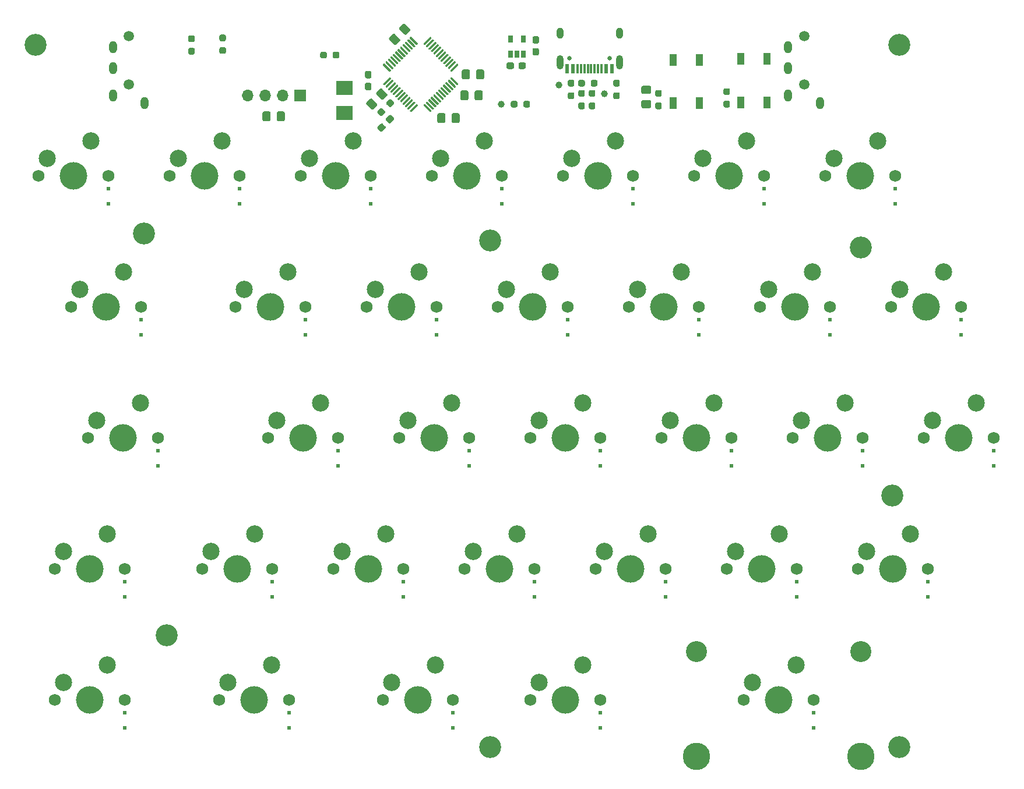
<source format=gbr>
%TF.GenerationSoftware,KiCad,Pcbnew,5.1.10*%
%TF.CreationDate,2021-08-04T23:16:11+02:00*%
%TF.ProjectId,keyboard,6b657962-6f61-4726-942e-6b696361645f,rev?*%
%TF.SameCoordinates,Original*%
%TF.FileFunction,Soldermask,Bot*%
%TF.FilePolarity,Negative*%
%FSLAX46Y46*%
G04 Gerber Fmt 4.6, Leading zero omitted, Abs format (unit mm)*
G04 Created by KiCad (PCBNEW 5.1.10) date 2021-08-04 23:16:11*
%MOMM*%
%LPD*%
G01*
G04 APERTURE LIST*
%ADD10C,3.200000*%
%ADD11R,1.000000X1.700000*%
%ADD12O,1.200000X1.800000*%
%ADD13C,1.500000*%
%ADD14R,0.650000X1.060000*%
%ADD15C,1.000000*%
%ADD16O,1.700000X1.700000*%
%ADD17R,1.700000X1.700000*%
%ADD18R,0.600000X1.450000*%
%ADD19R,0.300000X1.450000*%
%ADD20O,1.000000X2.100000*%
%ADD21C,0.650000*%
%ADD22O,1.000000X1.600000*%
%ADD23C,1.750000*%
%ADD24C,4.000000*%
%ADD25C,2.500000*%
%ADD26C,3.048000*%
%ADD27C,3.987800*%
%ADD28R,0.500000X0.500000*%
%ADD29R,2.400000X2.000000*%
G04 APERTURE END LIST*
D10*
%TO.C,REF\u002A\u002A*%
X89566800Y-76043000D03*
%TD*%
%TO.C,REF\u002A\u002A*%
X139858800Y-77059000D03*
%TD*%
%TO.C,REF\u002A\u002A*%
X193706800Y-78075000D03*
%TD*%
%TO.C,REF\u002A\u002A*%
X92868800Y-134463000D03*
%TD*%
%TO.C,REF\u002A\u002A*%
X198278800Y-114143000D03*
%TD*%
%TO.C,REF\u002A\u002A*%
X139858800Y-150719000D03*
%TD*%
%TO.C,REF\u002A\u002A*%
X199294800Y-150719000D03*
%TD*%
%TO.C,REF\u002A\u002A*%
X199294800Y-48611000D03*
%TD*%
%TO.C,REF\u002A\u002A*%
X73818800Y-48611000D03*
%TD*%
D11*
%TO.C,PB2*%
X166502000Y-50825000D03*
X166502000Y-57125000D03*
X170302000Y-50825000D03*
X170302000Y-57125000D03*
%TD*%
%TO.C,PB1*%
X176276000Y-50723000D03*
X176276000Y-57023000D03*
X180076000Y-50723000D03*
X180076000Y-57023000D03*
%TD*%
D12*
%TO.C,J4*%
X183177200Y-49017000D03*
X183177200Y-52017000D03*
X183177200Y-56017000D03*
X187777200Y-57117000D03*
D13*
X185477200Y-47417000D03*
X185477200Y-54417000D03*
%TD*%
%TO.C,J3*%
X87407800Y-54417000D03*
X87407800Y-47417000D03*
D12*
X89707800Y-57117000D03*
X85107800Y-56017000D03*
X85107800Y-52017000D03*
X85107800Y-49017000D03*
%TD*%
%TO.C,U2*%
G36*
G01*
X131155180Y-58421400D02*
X130218264Y-57484484D01*
G75*
G02*
X130218264Y-57378418I53033J53033D01*
G01*
X130324330Y-57272352D01*
G75*
G02*
X130430396Y-57272352I53033J-53033D01*
G01*
X131367312Y-58209268D01*
G75*
G02*
X131367312Y-58315334I-53033J-53033D01*
G01*
X131261246Y-58421400D01*
G75*
G02*
X131155180Y-58421400I-53033J53033D01*
G01*
G37*
G36*
G01*
X131508734Y-58067846D02*
X130571818Y-57130930D01*
G75*
G02*
X130571818Y-57024864I53033J53033D01*
G01*
X130677884Y-56918798D01*
G75*
G02*
X130783950Y-56918798I53033J-53033D01*
G01*
X131720866Y-57855714D01*
G75*
G02*
X131720866Y-57961780I-53033J-53033D01*
G01*
X131614800Y-58067846D01*
G75*
G02*
X131508734Y-58067846I-53033J53033D01*
G01*
G37*
G36*
G01*
X131862287Y-57714293D02*
X130925371Y-56777377D01*
G75*
G02*
X130925371Y-56671311I53033J53033D01*
G01*
X131031437Y-56565245D01*
G75*
G02*
X131137503Y-56565245I53033J-53033D01*
G01*
X132074419Y-57502161D01*
G75*
G02*
X132074419Y-57608227I-53033J-53033D01*
G01*
X131968353Y-57714293D01*
G75*
G02*
X131862287Y-57714293I-53033J53033D01*
G01*
G37*
G36*
G01*
X132215841Y-57360739D02*
X131278925Y-56423823D01*
G75*
G02*
X131278925Y-56317757I53033J53033D01*
G01*
X131384991Y-56211691D01*
G75*
G02*
X131491057Y-56211691I53033J-53033D01*
G01*
X132427973Y-57148607D01*
G75*
G02*
X132427973Y-57254673I-53033J-53033D01*
G01*
X132321907Y-57360739D01*
G75*
G02*
X132215841Y-57360739I-53033J53033D01*
G01*
G37*
G36*
G01*
X132569394Y-57007186D02*
X131632478Y-56070270D01*
G75*
G02*
X131632478Y-55964204I53033J53033D01*
G01*
X131738544Y-55858138D01*
G75*
G02*
X131844610Y-55858138I53033J-53033D01*
G01*
X132781526Y-56795054D01*
G75*
G02*
X132781526Y-56901120I-53033J-53033D01*
G01*
X132675460Y-57007186D01*
G75*
G02*
X132569394Y-57007186I-53033J53033D01*
G01*
G37*
G36*
G01*
X132922947Y-56653633D02*
X131986031Y-55716717D01*
G75*
G02*
X131986031Y-55610651I53033J53033D01*
G01*
X132092097Y-55504585D01*
G75*
G02*
X132198163Y-55504585I53033J-53033D01*
G01*
X133135079Y-56441501D01*
G75*
G02*
X133135079Y-56547567I-53033J-53033D01*
G01*
X133029013Y-56653633D01*
G75*
G02*
X132922947Y-56653633I-53033J53033D01*
G01*
G37*
G36*
G01*
X133276501Y-56300079D02*
X132339585Y-55363163D01*
G75*
G02*
X132339585Y-55257097I53033J53033D01*
G01*
X132445651Y-55151031D01*
G75*
G02*
X132551717Y-55151031I53033J-53033D01*
G01*
X133488633Y-56087947D01*
G75*
G02*
X133488633Y-56194013I-53033J-53033D01*
G01*
X133382567Y-56300079D01*
G75*
G02*
X133276501Y-56300079I-53033J53033D01*
G01*
G37*
G36*
G01*
X133630054Y-55946526D02*
X132693138Y-55009610D01*
G75*
G02*
X132693138Y-54903544I53033J53033D01*
G01*
X132799204Y-54797478D01*
G75*
G02*
X132905270Y-54797478I53033J-53033D01*
G01*
X133842186Y-55734394D01*
G75*
G02*
X133842186Y-55840460I-53033J-53033D01*
G01*
X133736120Y-55946526D01*
G75*
G02*
X133630054Y-55946526I-53033J53033D01*
G01*
G37*
G36*
G01*
X133983607Y-55592973D02*
X133046691Y-54656057D01*
G75*
G02*
X133046691Y-54549991I53033J53033D01*
G01*
X133152757Y-54443925D01*
G75*
G02*
X133258823Y-54443925I53033J-53033D01*
G01*
X134195739Y-55380841D01*
G75*
G02*
X134195739Y-55486907I-53033J-53033D01*
G01*
X134089673Y-55592973D01*
G75*
G02*
X133983607Y-55592973I-53033J53033D01*
G01*
G37*
G36*
G01*
X134337161Y-55239419D02*
X133400245Y-54302503D01*
G75*
G02*
X133400245Y-54196437I53033J53033D01*
G01*
X133506311Y-54090371D01*
G75*
G02*
X133612377Y-54090371I53033J-53033D01*
G01*
X134549293Y-55027287D01*
G75*
G02*
X134549293Y-55133353I-53033J-53033D01*
G01*
X134443227Y-55239419D01*
G75*
G02*
X134337161Y-55239419I-53033J53033D01*
G01*
G37*
G36*
G01*
X134690714Y-54885866D02*
X133753798Y-53948950D01*
G75*
G02*
X133753798Y-53842884I53033J53033D01*
G01*
X133859864Y-53736818D01*
G75*
G02*
X133965930Y-53736818I53033J-53033D01*
G01*
X134902846Y-54673734D01*
G75*
G02*
X134902846Y-54779800I-53033J-53033D01*
G01*
X134796780Y-54885866D01*
G75*
G02*
X134690714Y-54885866I-53033J53033D01*
G01*
G37*
G36*
G01*
X135044268Y-54532312D02*
X134107352Y-53595396D01*
G75*
G02*
X134107352Y-53489330I53033J53033D01*
G01*
X134213418Y-53383264D01*
G75*
G02*
X134319484Y-53383264I53033J-53033D01*
G01*
X135256400Y-54320180D01*
G75*
G02*
X135256400Y-54426246I-53033J-53033D01*
G01*
X135150334Y-54532312D01*
G75*
G02*
X135044268Y-54532312I-53033J53033D01*
G01*
G37*
G36*
G01*
X134213418Y-52534736D02*
X134107352Y-52428670D01*
G75*
G02*
X134107352Y-52322604I53033J53033D01*
G01*
X135044268Y-51385688D01*
G75*
G02*
X135150334Y-51385688I53033J-53033D01*
G01*
X135256400Y-51491754D01*
G75*
G02*
X135256400Y-51597820I-53033J-53033D01*
G01*
X134319484Y-52534736D01*
G75*
G02*
X134213418Y-52534736I-53033J53033D01*
G01*
G37*
G36*
G01*
X133859864Y-52181182D02*
X133753798Y-52075116D01*
G75*
G02*
X133753798Y-51969050I53033J53033D01*
G01*
X134690714Y-51032134D01*
G75*
G02*
X134796780Y-51032134I53033J-53033D01*
G01*
X134902846Y-51138200D01*
G75*
G02*
X134902846Y-51244266I-53033J-53033D01*
G01*
X133965930Y-52181182D01*
G75*
G02*
X133859864Y-52181182I-53033J53033D01*
G01*
G37*
G36*
G01*
X133506311Y-51827629D02*
X133400245Y-51721563D01*
G75*
G02*
X133400245Y-51615497I53033J53033D01*
G01*
X134337161Y-50678581D01*
G75*
G02*
X134443227Y-50678581I53033J-53033D01*
G01*
X134549293Y-50784647D01*
G75*
G02*
X134549293Y-50890713I-53033J-53033D01*
G01*
X133612377Y-51827629D01*
G75*
G02*
X133506311Y-51827629I-53033J53033D01*
G01*
G37*
G36*
G01*
X133152757Y-51474075D02*
X133046691Y-51368009D01*
G75*
G02*
X133046691Y-51261943I53033J53033D01*
G01*
X133983607Y-50325027D01*
G75*
G02*
X134089673Y-50325027I53033J-53033D01*
G01*
X134195739Y-50431093D01*
G75*
G02*
X134195739Y-50537159I-53033J-53033D01*
G01*
X133258823Y-51474075D01*
G75*
G02*
X133152757Y-51474075I-53033J53033D01*
G01*
G37*
G36*
G01*
X132799204Y-51120522D02*
X132693138Y-51014456D01*
G75*
G02*
X132693138Y-50908390I53033J53033D01*
G01*
X133630054Y-49971474D01*
G75*
G02*
X133736120Y-49971474I53033J-53033D01*
G01*
X133842186Y-50077540D01*
G75*
G02*
X133842186Y-50183606I-53033J-53033D01*
G01*
X132905270Y-51120522D01*
G75*
G02*
X132799204Y-51120522I-53033J53033D01*
G01*
G37*
G36*
G01*
X132445651Y-50766969D02*
X132339585Y-50660903D01*
G75*
G02*
X132339585Y-50554837I53033J53033D01*
G01*
X133276501Y-49617921D01*
G75*
G02*
X133382567Y-49617921I53033J-53033D01*
G01*
X133488633Y-49723987D01*
G75*
G02*
X133488633Y-49830053I-53033J-53033D01*
G01*
X132551717Y-50766969D01*
G75*
G02*
X132445651Y-50766969I-53033J53033D01*
G01*
G37*
G36*
G01*
X132092097Y-50413415D02*
X131986031Y-50307349D01*
G75*
G02*
X131986031Y-50201283I53033J53033D01*
G01*
X132922947Y-49264367D01*
G75*
G02*
X133029013Y-49264367I53033J-53033D01*
G01*
X133135079Y-49370433D01*
G75*
G02*
X133135079Y-49476499I-53033J-53033D01*
G01*
X132198163Y-50413415D01*
G75*
G02*
X132092097Y-50413415I-53033J53033D01*
G01*
G37*
G36*
G01*
X131738544Y-50059862D02*
X131632478Y-49953796D01*
G75*
G02*
X131632478Y-49847730I53033J53033D01*
G01*
X132569394Y-48910814D01*
G75*
G02*
X132675460Y-48910814I53033J-53033D01*
G01*
X132781526Y-49016880D01*
G75*
G02*
X132781526Y-49122946I-53033J-53033D01*
G01*
X131844610Y-50059862D01*
G75*
G02*
X131738544Y-50059862I-53033J53033D01*
G01*
G37*
G36*
G01*
X131384991Y-49706309D02*
X131278925Y-49600243D01*
G75*
G02*
X131278925Y-49494177I53033J53033D01*
G01*
X132215841Y-48557261D01*
G75*
G02*
X132321907Y-48557261I53033J-53033D01*
G01*
X132427973Y-48663327D01*
G75*
G02*
X132427973Y-48769393I-53033J-53033D01*
G01*
X131491057Y-49706309D01*
G75*
G02*
X131384991Y-49706309I-53033J53033D01*
G01*
G37*
G36*
G01*
X131031437Y-49352755D02*
X130925371Y-49246689D01*
G75*
G02*
X130925371Y-49140623I53033J53033D01*
G01*
X131862287Y-48203707D01*
G75*
G02*
X131968353Y-48203707I53033J-53033D01*
G01*
X132074419Y-48309773D01*
G75*
G02*
X132074419Y-48415839I-53033J-53033D01*
G01*
X131137503Y-49352755D01*
G75*
G02*
X131031437Y-49352755I-53033J53033D01*
G01*
G37*
G36*
G01*
X130677884Y-48999202D02*
X130571818Y-48893136D01*
G75*
G02*
X130571818Y-48787070I53033J53033D01*
G01*
X131508734Y-47850154D01*
G75*
G02*
X131614800Y-47850154I53033J-53033D01*
G01*
X131720866Y-47956220D01*
G75*
G02*
X131720866Y-48062286I-53033J-53033D01*
G01*
X130783950Y-48999202D01*
G75*
G02*
X130677884Y-48999202I-53033J53033D01*
G01*
G37*
G36*
G01*
X130324330Y-48645648D02*
X130218264Y-48539582D01*
G75*
G02*
X130218264Y-48433516I53033J53033D01*
G01*
X131155180Y-47496600D01*
G75*
G02*
X131261246Y-47496600I53033J-53033D01*
G01*
X131367312Y-47602666D01*
G75*
G02*
X131367312Y-47708732I-53033J-53033D01*
G01*
X130430396Y-48645648D01*
G75*
G02*
X130324330Y-48645648I-53033J53033D01*
G01*
G37*
G36*
G01*
X129157604Y-48645648D02*
X128220688Y-47708732D01*
G75*
G02*
X128220688Y-47602666I53033J53033D01*
G01*
X128326754Y-47496600D01*
G75*
G02*
X128432820Y-47496600I53033J-53033D01*
G01*
X129369736Y-48433516D01*
G75*
G02*
X129369736Y-48539582I-53033J-53033D01*
G01*
X129263670Y-48645648D01*
G75*
G02*
X129157604Y-48645648I-53033J53033D01*
G01*
G37*
G36*
G01*
X128804050Y-48999202D02*
X127867134Y-48062286D01*
G75*
G02*
X127867134Y-47956220I53033J53033D01*
G01*
X127973200Y-47850154D01*
G75*
G02*
X128079266Y-47850154I53033J-53033D01*
G01*
X129016182Y-48787070D01*
G75*
G02*
X129016182Y-48893136I-53033J-53033D01*
G01*
X128910116Y-48999202D01*
G75*
G02*
X128804050Y-48999202I-53033J53033D01*
G01*
G37*
G36*
G01*
X128450497Y-49352755D02*
X127513581Y-48415839D01*
G75*
G02*
X127513581Y-48309773I53033J53033D01*
G01*
X127619647Y-48203707D01*
G75*
G02*
X127725713Y-48203707I53033J-53033D01*
G01*
X128662629Y-49140623D01*
G75*
G02*
X128662629Y-49246689I-53033J-53033D01*
G01*
X128556563Y-49352755D01*
G75*
G02*
X128450497Y-49352755I-53033J53033D01*
G01*
G37*
G36*
G01*
X128096943Y-49706309D02*
X127160027Y-48769393D01*
G75*
G02*
X127160027Y-48663327I53033J53033D01*
G01*
X127266093Y-48557261D01*
G75*
G02*
X127372159Y-48557261I53033J-53033D01*
G01*
X128309075Y-49494177D01*
G75*
G02*
X128309075Y-49600243I-53033J-53033D01*
G01*
X128203009Y-49706309D01*
G75*
G02*
X128096943Y-49706309I-53033J53033D01*
G01*
G37*
G36*
G01*
X127743390Y-50059862D02*
X126806474Y-49122946D01*
G75*
G02*
X126806474Y-49016880I53033J53033D01*
G01*
X126912540Y-48910814D01*
G75*
G02*
X127018606Y-48910814I53033J-53033D01*
G01*
X127955522Y-49847730D01*
G75*
G02*
X127955522Y-49953796I-53033J-53033D01*
G01*
X127849456Y-50059862D01*
G75*
G02*
X127743390Y-50059862I-53033J53033D01*
G01*
G37*
G36*
G01*
X127389837Y-50413415D02*
X126452921Y-49476499D01*
G75*
G02*
X126452921Y-49370433I53033J53033D01*
G01*
X126558987Y-49264367D01*
G75*
G02*
X126665053Y-49264367I53033J-53033D01*
G01*
X127601969Y-50201283D01*
G75*
G02*
X127601969Y-50307349I-53033J-53033D01*
G01*
X127495903Y-50413415D01*
G75*
G02*
X127389837Y-50413415I-53033J53033D01*
G01*
G37*
G36*
G01*
X127036283Y-50766969D02*
X126099367Y-49830053D01*
G75*
G02*
X126099367Y-49723987I53033J53033D01*
G01*
X126205433Y-49617921D01*
G75*
G02*
X126311499Y-49617921I53033J-53033D01*
G01*
X127248415Y-50554837D01*
G75*
G02*
X127248415Y-50660903I-53033J-53033D01*
G01*
X127142349Y-50766969D01*
G75*
G02*
X127036283Y-50766969I-53033J53033D01*
G01*
G37*
G36*
G01*
X126682730Y-51120522D02*
X125745814Y-50183606D01*
G75*
G02*
X125745814Y-50077540I53033J53033D01*
G01*
X125851880Y-49971474D01*
G75*
G02*
X125957946Y-49971474I53033J-53033D01*
G01*
X126894862Y-50908390D01*
G75*
G02*
X126894862Y-51014456I-53033J-53033D01*
G01*
X126788796Y-51120522D01*
G75*
G02*
X126682730Y-51120522I-53033J53033D01*
G01*
G37*
G36*
G01*
X126329177Y-51474075D02*
X125392261Y-50537159D01*
G75*
G02*
X125392261Y-50431093I53033J53033D01*
G01*
X125498327Y-50325027D01*
G75*
G02*
X125604393Y-50325027I53033J-53033D01*
G01*
X126541309Y-51261943D01*
G75*
G02*
X126541309Y-51368009I-53033J-53033D01*
G01*
X126435243Y-51474075D01*
G75*
G02*
X126329177Y-51474075I-53033J53033D01*
G01*
G37*
G36*
G01*
X125975623Y-51827629D02*
X125038707Y-50890713D01*
G75*
G02*
X125038707Y-50784647I53033J53033D01*
G01*
X125144773Y-50678581D01*
G75*
G02*
X125250839Y-50678581I53033J-53033D01*
G01*
X126187755Y-51615497D01*
G75*
G02*
X126187755Y-51721563I-53033J-53033D01*
G01*
X126081689Y-51827629D01*
G75*
G02*
X125975623Y-51827629I-53033J53033D01*
G01*
G37*
G36*
G01*
X125622070Y-52181182D02*
X124685154Y-51244266D01*
G75*
G02*
X124685154Y-51138200I53033J53033D01*
G01*
X124791220Y-51032134D01*
G75*
G02*
X124897286Y-51032134I53033J-53033D01*
G01*
X125834202Y-51969050D01*
G75*
G02*
X125834202Y-52075116I-53033J-53033D01*
G01*
X125728136Y-52181182D01*
G75*
G02*
X125622070Y-52181182I-53033J53033D01*
G01*
G37*
G36*
G01*
X125268516Y-52534736D02*
X124331600Y-51597820D01*
G75*
G02*
X124331600Y-51491754I53033J53033D01*
G01*
X124437666Y-51385688D01*
G75*
G02*
X124543732Y-51385688I53033J-53033D01*
G01*
X125480648Y-52322604D01*
G75*
G02*
X125480648Y-52428670I-53033J-53033D01*
G01*
X125374582Y-52534736D01*
G75*
G02*
X125268516Y-52534736I-53033J53033D01*
G01*
G37*
G36*
G01*
X124437666Y-54532312D02*
X124331600Y-54426246D01*
G75*
G02*
X124331600Y-54320180I53033J53033D01*
G01*
X125268516Y-53383264D01*
G75*
G02*
X125374582Y-53383264I53033J-53033D01*
G01*
X125480648Y-53489330D01*
G75*
G02*
X125480648Y-53595396I-53033J-53033D01*
G01*
X124543732Y-54532312D01*
G75*
G02*
X124437666Y-54532312I-53033J53033D01*
G01*
G37*
G36*
G01*
X124791220Y-54885866D02*
X124685154Y-54779800D01*
G75*
G02*
X124685154Y-54673734I53033J53033D01*
G01*
X125622070Y-53736818D01*
G75*
G02*
X125728136Y-53736818I53033J-53033D01*
G01*
X125834202Y-53842884D01*
G75*
G02*
X125834202Y-53948950I-53033J-53033D01*
G01*
X124897286Y-54885866D01*
G75*
G02*
X124791220Y-54885866I-53033J53033D01*
G01*
G37*
G36*
G01*
X125144773Y-55239419D02*
X125038707Y-55133353D01*
G75*
G02*
X125038707Y-55027287I53033J53033D01*
G01*
X125975623Y-54090371D01*
G75*
G02*
X126081689Y-54090371I53033J-53033D01*
G01*
X126187755Y-54196437D01*
G75*
G02*
X126187755Y-54302503I-53033J-53033D01*
G01*
X125250839Y-55239419D01*
G75*
G02*
X125144773Y-55239419I-53033J53033D01*
G01*
G37*
G36*
G01*
X125498327Y-55592973D02*
X125392261Y-55486907D01*
G75*
G02*
X125392261Y-55380841I53033J53033D01*
G01*
X126329177Y-54443925D01*
G75*
G02*
X126435243Y-54443925I53033J-53033D01*
G01*
X126541309Y-54549991D01*
G75*
G02*
X126541309Y-54656057I-53033J-53033D01*
G01*
X125604393Y-55592973D01*
G75*
G02*
X125498327Y-55592973I-53033J53033D01*
G01*
G37*
G36*
G01*
X125851880Y-55946526D02*
X125745814Y-55840460D01*
G75*
G02*
X125745814Y-55734394I53033J53033D01*
G01*
X126682730Y-54797478D01*
G75*
G02*
X126788796Y-54797478I53033J-53033D01*
G01*
X126894862Y-54903544D01*
G75*
G02*
X126894862Y-55009610I-53033J-53033D01*
G01*
X125957946Y-55946526D01*
G75*
G02*
X125851880Y-55946526I-53033J53033D01*
G01*
G37*
G36*
G01*
X126205433Y-56300079D02*
X126099367Y-56194013D01*
G75*
G02*
X126099367Y-56087947I53033J53033D01*
G01*
X127036283Y-55151031D01*
G75*
G02*
X127142349Y-55151031I53033J-53033D01*
G01*
X127248415Y-55257097D01*
G75*
G02*
X127248415Y-55363163I-53033J-53033D01*
G01*
X126311499Y-56300079D01*
G75*
G02*
X126205433Y-56300079I-53033J53033D01*
G01*
G37*
G36*
G01*
X126558987Y-56653633D02*
X126452921Y-56547567D01*
G75*
G02*
X126452921Y-56441501I53033J53033D01*
G01*
X127389837Y-55504585D01*
G75*
G02*
X127495903Y-55504585I53033J-53033D01*
G01*
X127601969Y-55610651D01*
G75*
G02*
X127601969Y-55716717I-53033J-53033D01*
G01*
X126665053Y-56653633D01*
G75*
G02*
X126558987Y-56653633I-53033J53033D01*
G01*
G37*
G36*
G01*
X126912540Y-57007186D02*
X126806474Y-56901120D01*
G75*
G02*
X126806474Y-56795054I53033J53033D01*
G01*
X127743390Y-55858138D01*
G75*
G02*
X127849456Y-55858138I53033J-53033D01*
G01*
X127955522Y-55964204D01*
G75*
G02*
X127955522Y-56070270I-53033J-53033D01*
G01*
X127018606Y-57007186D01*
G75*
G02*
X126912540Y-57007186I-53033J53033D01*
G01*
G37*
G36*
G01*
X127266093Y-57360739D02*
X127160027Y-57254673D01*
G75*
G02*
X127160027Y-57148607I53033J53033D01*
G01*
X128096943Y-56211691D01*
G75*
G02*
X128203009Y-56211691I53033J-53033D01*
G01*
X128309075Y-56317757D01*
G75*
G02*
X128309075Y-56423823I-53033J-53033D01*
G01*
X127372159Y-57360739D01*
G75*
G02*
X127266093Y-57360739I-53033J53033D01*
G01*
G37*
G36*
G01*
X127619647Y-57714293D02*
X127513581Y-57608227D01*
G75*
G02*
X127513581Y-57502161I53033J53033D01*
G01*
X128450497Y-56565245D01*
G75*
G02*
X128556563Y-56565245I53033J-53033D01*
G01*
X128662629Y-56671311D01*
G75*
G02*
X128662629Y-56777377I-53033J-53033D01*
G01*
X127725713Y-57714293D01*
G75*
G02*
X127619647Y-57714293I-53033J53033D01*
G01*
G37*
G36*
G01*
X127973200Y-58067846D02*
X127867134Y-57961780D01*
G75*
G02*
X127867134Y-57855714I53033J53033D01*
G01*
X128804050Y-56918798D01*
G75*
G02*
X128910116Y-56918798I53033J-53033D01*
G01*
X129016182Y-57024864D01*
G75*
G02*
X129016182Y-57130930I-53033J-53033D01*
G01*
X128079266Y-58067846D01*
G75*
G02*
X127973200Y-58067846I-53033J53033D01*
G01*
G37*
G36*
G01*
X128326754Y-58421400D02*
X128220688Y-58315334D01*
G75*
G02*
X128220688Y-58209268I53033J53033D01*
G01*
X129157604Y-57272352D01*
G75*
G02*
X129263670Y-57272352I53033J-53033D01*
G01*
X129369736Y-57378418D01*
G75*
G02*
X129369736Y-57484484I-53033J-53033D01*
G01*
X128432820Y-58421400D01*
G75*
G02*
X128326754Y-58421400I-53033J53033D01*
G01*
G37*
%TD*%
D14*
%TO.C,U1*%
X144714000Y-47795000D03*
X142814000Y-47795000D03*
X142814000Y-49995000D03*
X143764000Y-49995000D03*
X144714000Y-49995000D03*
%TD*%
D15*
%TO.C,TP3*%
X149860000Y-54483000D03*
%TD*%
%TO.C,TP2*%
X156464000Y-55753000D03*
%TD*%
%TO.C,TP1*%
X141478000Y-57277000D03*
%TD*%
%TO.C,R12*%
G36*
G01*
X124245542Y-57917582D02*
X124581418Y-58253458D01*
G75*
G02*
X124581418Y-58589334I-167938J-167938D01*
G01*
X124227864Y-58942888D01*
G75*
G02*
X123891988Y-58942888I-167938J167938D01*
G01*
X123556112Y-58607012D01*
G75*
G02*
X123556112Y-58271136I167938J167938D01*
G01*
X123909666Y-57917582D01*
G75*
G02*
X124245542Y-57917582I167938J-167938D01*
G01*
G37*
G36*
G01*
X125536012Y-56627112D02*
X125871888Y-56962988D01*
G75*
G02*
X125871888Y-57298864I-167938J-167938D01*
G01*
X125518334Y-57652418D01*
G75*
G02*
X125182458Y-57652418I-167938J167938D01*
G01*
X124846582Y-57316542D01*
G75*
G02*
X124846582Y-56980666I167938J167938D01*
G01*
X125200136Y-56627112D01*
G75*
G02*
X125536012Y-56627112I167938J-167938D01*
G01*
G37*
%TD*%
%TO.C,R11*%
G36*
G01*
X115194300Y-50372500D02*
X115194300Y-49897500D01*
G75*
G02*
X115431800Y-49660000I237500J0D01*
G01*
X115931800Y-49660000D01*
G75*
G02*
X116169300Y-49897500I0J-237500D01*
G01*
X116169300Y-50372500D01*
G75*
G02*
X115931800Y-50610000I-237500J0D01*
G01*
X115431800Y-50610000D01*
G75*
G02*
X115194300Y-50372500I0J237500D01*
G01*
G37*
G36*
G01*
X117019300Y-50372500D02*
X117019300Y-49897500D01*
G75*
G02*
X117256800Y-49660000I237500J0D01*
G01*
X117756800Y-49660000D01*
G75*
G02*
X117994300Y-49897500I0J-237500D01*
G01*
X117994300Y-50372500D01*
G75*
G02*
X117756800Y-50610000I-237500J0D01*
G01*
X117256800Y-50610000D01*
G75*
G02*
X117019300Y-50372500I0J237500D01*
G01*
G37*
%TD*%
%TO.C,R10*%
G36*
G01*
X101259700Y-48133300D02*
X100784700Y-48133300D01*
G75*
G02*
X100547200Y-47895800I0J237500D01*
G01*
X100547200Y-47395800D01*
G75*
G02*
X100784700Y-47158300I237500J0D01*
G01*
X101259700Y-47158300D01*
G75*
G02*
X101497200Y-47395800I0J-237500D01*
G01*
X101497200Y-47895800D01*
G75*
G02*
X101259700Y-48133300I-237500J0D01*
G01*
G37*
G36*
G01*
X101259700Y-49958300D02*
X100784700Y-49958300D01*
G75*
G02*
X100547200Y-49720800I0J237500D01*
G01*
X100547200Y-49220800D01*
G75*
G02*
X100784700Y-48983300I237500J0D01*
G01*
X101259700Y-48983300D01*
G75*
G02*
X101497200Y-49220800I0J-237500D01*
G01*
X101497200Y-49720800D01*
G75*
G02*
X101259700Y-49958300I-237500J0D01*
G01*
G37*
%TD*%
%TO.C,R9*%
G36*
G01*
X96732100Y-50059900D02*
X96257100Y-50059900D01*
G75*
G02*
X96019600Y-49822400I0J237500D01*
G01*
X96019600Y-49322400D01*
G75*
G02*
X96257100Y-49084900I237500J0D01*
G01*
X96732100Y-49084900D01*
G75*
G02*
X96969600Y-49322400I0J-237500D01*
G01*
X96969600Y-49822400D01*
G75*
G02*
X96732100Y-50059900I-237500J0D01*
G01*
G37*
G36*
G01*
X96732100Y-48234900D02*
X96257100Y-48234900D01*
G75*
G02*
X96019600Y-47997400I0J237500D01*
G01*
X96019600Y-47497400D01*
G75*
G02*
X96257100Y-47259900I237500J0D01*
G01*
X96732100Y-47259900D01*
G75*
G02*
X96969600Y-47497400I0J-237500D01*
G01*
X96969600Y-47997400D01*
G75*
G02*
X96732100Y-48234900I-237500J0D01*
G01*
G37*
%TD*%
%TO.C,R8*%
G36*
G01*
X153649500Y-53991500D02*
X153649500Y-54466500D01*
G75*
G02*
X153412000Y-54704000I-237500J0D01*
G01*
X152912000Y-54704000D01*
G75*
G02*
X152674500Y-54466500I0J237500D01*
G01*
X152674500Y-53991500D01*
G75*
G02*
X152912000Y-53754000I237500J0D01*
G01*
X153412000Y-53754000D01*
G75*
G02*
X153649500Y-53991500I0J-237500D01*
G01*
G37*
G36*
G01*
X155474500Y-53991500D02*
X155474500Y-54466500D01*
G75*
G02*
X155237000Y-54704000I-237500J0D01*
G01*
X154737000Y-54704000D01*
G75*
G02*
X154499500Y-54466500I0J237500D01*
G01*
X154499500Y-53991500D01*
G75*
G02*
X154737000Y-53754000I237500J0D01*
G01*
X155237000Y-53754000D01*
G75*
G02*
X155474500Y-53991500I0J-237500D01*
G01*
G37*
%TD*%
%TO.C,R7*%
G36*
G01*
X153399500Y-56193500D02*
X152924500Y-56193500D01*
G75*
G02*
X152687000Y-55956000I0J237500D01*
G01*
X152687000Y-55456000D01*
G75*
G02*
X152924500Y-55218500I237500J0D01*
G01*
X153399500Y-55218500D01*
G75*
G02*
X153637000Y-55456000I0J-237500D01*
G01*
X153637000Y-55956000D01*
G75*
G02*
X153399500Y-56193500I-237500J0D01*
G01*
G37*
G36*
G01*
X153399500Y-58018500D02*
X152924500Y-58018500D01*
G75*
G02*
X152687000Y-57781000I0J237500D01*
G01*
X152687000Y-57281000D01*
G75*
G02*
X152924500Y-57043500I237500J0D01*
G01*
X153399500Y-57043500D01*
G75*
G02*
X153637000Y-57281000I0J-237500D01*
G01*
X153637000Y-57781000D01*
G75*
G02*
X153399500Y-58018500I-237500J0D01*
G01*
G37*
%TD*%
%TO.C,R6*%
G36*
G01*
X154923500Y-58018500D02*
X154448500Y-58018500D01*
G75*
G02*
X154211000Y-57781000I0J237500D01*
G01*
X154211000Y-57281000D01*
G75*
G02*
X154448500Y-57043500I237500J0D01*
G01*
X154923500Y-57043500D01*
G75*
G02*
X155161000Y-57281000I0J-237500D01*
G01*
X155161000Y-57781000D01*
G75*
G02*
X154923500Y-58018500I-237500J0D01*
G01*
G37*
G36*
G01*
X154923500Y-56193500D02*
X154448500Y-56193500D01*
G75*
G02*
X154211000Y-55956000I0J237500D01*
G01*
X154211000Y-55456000D01*
G75*
G02*
X154448500Y-55218500I237500J0D01*
G01*
X154923500Y-55218500D01*
G75*
G02*
X155161000Y-55456000I0J-237500D01*
G01*
X155161000Y-55956000D01*
G75*
G02*
X154923500Y-56193500I-237500J0D01*
G01*
G37*
%TD*%
%TO.C,R5*%
G36*
G01*
X158479500Y-54716500D02*
X158004500Y-54716500D01*
G75*
G02*
X157767000Y-54479000I0J237500D01*
G01*
X157767000Y-53979000D01*
G75*
G02*
X158004500Y-53741500I237500J0D01*
G01*
X158479500Y-53741500D01*
G75*
G02*
X158717000Y-53979000I0J-237500D01*
G01*
X158717000Y-54479000D01*
G75*
G02*
X158479500Y-54716500I-237500J0D01*
G01*
G37*
G36*
G01*
X158479500Y-56541500D02*
X158004500Y-56541500D01*
G75*
G02*
X157767000Y-56304000I0J237500D01*
G01*
X157767000Y-55804000D01*
G75*
G02*
X158004500Y-55566500I237500J0D01*
G01*
X158479500Y-55566500D01*
G75*
G02*
X158717000Y-55804000I0J-237500D01*
G01*
X158717000Y-56304000D01*
G75*
G02*
X158479500Y-56541500I-237500J0D01*
G01*
G37*
%TD*%
%TO.C,R4*%
G36*
G01*
X151875500Y-56541500D02*
X151400500Y-56541500D01*
G75*
G02*
X151163000Y-56304000I0J237500D01*
G01*
X151163000Y-55804000D01*
G75*
G02*
X151400500Y-55566500I237500J0D01*
G01*
X151875500Y-55566500D01*
G75*
G02*
X152113000Y-55804000I0J-237500D01*
G01*
X152113000Y-56304000D01*
G75*
G02*
X151875500Y-56541500I-237500J0D01*
G01*
G37*
G36*
G01*
X151875500Y-54716500D02*
X151400500Y-54716500D01*
G75*
G02*
X151163000Y-54479000I0J237500D01*
G01*
X151163000Y-53979000D01*
G75*
G02*
X151400500Y-53741500I237500J0D01*
G01*
X151875500Y-53741500D01*
G75*
G02*
X152113000Y-53979000I0J-237500D01*
G01*
X152113000Y-54479000D01*
G75*
G02*
X151875500Y-54716500I-237500J0D01*
G01*
G37*
%TD*%
%TO.C,R3*%
G36*
G01*
X164100500Y-55218500D02*
X164575500Y-55218500D01*
G75*
G02*
X164813000Y-55456000I0J-237500D01*
G01*
X164813000Y-55956000D01*
G75*
G02*
X164575500Y-56193500I-237500J0D01*
G01*
X164100500Y-56193500D01*
G75*
G02*
X163863000Y-55956000I0J237500D01*
G01*
X163863000Y-55456000D01*
G75*
G02*
X164100500Y-55218500I237500J0D01*
G01*
G37*
G36*
G01*
X164100500Y-57043500D02*
X164575500Y-57043500D01*
G75*
G02*
X164813000Y-57281000I0J-237500D01*
G01*
X164813000Y-57781000D01*
G75*
G02*
X164575500Y-58018500I-237500J0D01*
G01*
X164100500Y-58018500D01*
G75*
G02*
X163863000Y-57781000I0J237500D01*
G01*
X163863000Y-57281000D01*
G75*
G02*
X164100500Y-57043500I237500J0D01*
G01*
G37*
%TD*%
%TO.C,R2*%
G36*
G01*
X174481500Y-55939500D02*
X174006500Y-55939500D01*
G75*
G02*
X173769000Y-55702000I0J237500D01*
G01*
X173769000Y-55202000D01*
G75*
G02*
X174006500Y-54964500I237500J0D01*
G01*
X174481500Y-54964500D01*
G75*
G02*
X174719000Y-55202000I0J-237500D01*
G01*
X174719000Y-55702000D01*
G75*
G02*
X174481500Y-55939500I-237500J0D01*
G01*
G37*
G36*
G01*
X174481500Y-57764500D02*
X174006500Y-57764500D01*
G75*
G02*
X173769000Y-57527000I0J237500D01*
G01*
X173769000Y-57027000D01*
G75*
G02*
X174006500Y-56789500I237500J0D01*
G01*
X174481500Y-56789500D01*
G75*
G02*
X174719000Y-57027000I0J-237500D01*
G01*
X174719000Y-57527000D01*
G75*
G02*
X174481500Y-57764500I-237500J0D01*
G01*
G37*
%TD*%
%TO.C,R1*%
G36*
G01*
X142872000Y-57514500D02*
X142872000Y-57039500D01*
G75*
G02*
X143109500Y-56802000I237500J0D01*
G01*
X143609500Y-56802000D01*
G75*
G02*
X143847000Y-57039500I0J-237500D01*
G01*
X143847000Y-57514500D01*
G75*
G02*
X143609500Y-57752000I-237500J0D01*
G01*
X143109500Y-57752000D01*
G75*
G02*
X142872000Y-57514500I0J237500D01*
G01*
G37*
G36*
G01*
X144697000Y-57514500D02*
X144697000Y-57039500D01*
G75*
G02*
X144934500Y-56802000I237500J0D01*
G01*
X145434500Y-56802000D01*
G75*
G02*
X145672000Y-57039500I0J-237500D01*
G01*
X145672000Y-57514500D01*
G75*
G02*
X145434500Y-57752000I-237500J0D01*
G01*
X144934500Y-57752000D01*
G75*
G02*
X144697000Y-57514500I0J237500D01*
G01*
G37*
%TD*%
D16*
%TO.C,J2*%
X104648000Y-56007000D03*
X107188000Y-56007000D03*
X109728000Y-56007000D03*
D17*
X112268000Y-56007000D03*
%TD*%
D18*
%TO.C,J1*%
X157569001Y-52078999D03*
X156769001Y-52078999D03*
X151869001Y-52078999D03*
X151069001Y-52078999D03*
X151069001Y-52078999D03*
X151869001Y-52078999D03*
X156769001Y-52078999D03*
X157569001Y-52078999D03*
D19*
X152569001Y-52078999D03*
X153069001Y-52078999D03*
X153569001Y-52078999D03*
X154569001Y-52078999D03*
X155069001Y-52078999D03*
X155569001Y-52078999D03*
X156069001Y-52078999D03*
X154069001Y-52078999D03*
D20*
X158639001Y-51163999D03*
X149999001Y-51163999D03*
D21*
X151429001Y-50633999D03*
D22*
X149999001Y-46983999D03*
D21*
X157209001Y-50633999D03*
D22*
X158639001Y-46983999D03*
%TD*%
%TO.C,C11*%
G36*
G01*
X121936500Y-52444500D02*
X122411500Y-52444500D01*
G75*
G02*
X122649000Y-52682000I0J-237500D01*
G01*
X122649000Y-53282000D01*
G75*
G02*
X122411500Y-53519500I-237500J0D01*
G01*
X121936500Y-53519500D01*
G75*
G02*
X121699000Y-53282000I0J237500D01*
G01*
X121699000Y-52682000D01*
G75*
G02*
X121936500Y-52444500I237500J0D01*
G01*
G37*
G36*
G01*
X121936500Y-54169500D02*
X122411500Y-54169500D01*
G75*
G02*
X122649000Y-54407000I0J-237500D01*
G01*
X122649000Y-55007000D01*
G75*
G02*
X122411500Y-55244500I-237500J0D01*
G01*
X121936500Y-55244500D01*
G75*
G02*
X121699000Y-55007000I0J237500D01*
G01*
X121699000Y-54407000D01*
G75*
G02*
X121936500Y-54169500I237500J0D01*
G01*
G37*
%TD*%
%TO.C,C10*%
G36*
G01*
X124316252Y-60132872D02*
X124652128Y-60468748D01*
G75*
G02*
X124652128Y-60804624I-167938J-167938D01*
G01*
X124227864Y-61228888D01*
G75*
G02*
X123891988Y-61228888I-167938J167938D01*
G01*
X123556112Y-60893012D01*
G75*
G02*
X123556112Y-60557136I167938J167938D01*
G01*
X123980376Y-60132872D01*
G75*
G02*
X124316252Y-60132872I167938J-167938D01*
G01*
G37*
G36*
G01*
X125536012Y-58913112D02*
X125871888Y-59248988D01*
G75*
G02*
X125871888Y-59584864I-167938J-167938D01*
G01*
X125447624Y-60009128D01*
G75*
G02*
X125111748Y-60009128I-167938J167938D01*
G01*
X124775872Y-59673252D01*
G75*
G02*
X124775872Y-59337376I167938J167938D01*
G01*
X125200136Y-58913112D01*
G75*
G02*
X125536012Y-58913112I167938J-167938D01*
G01*
G37*
%TD*%
%TO.C,C9*%
G36*
G01*
X110061500Y-58580000D02*
X110061500Y-59530000D01*
G75*
G02*
X109811500Y-59780000I-250000J0D01*
G01*
X109136500Y-59780000D01*
G75*
G02*
X108886500Y-59530000I0J250000D01*
G01*
X108886500Y-58580000D01*
G75*
G02*
X109136500Y-58330000I250000J0D01*
G01*
X109811500Y-58330000D01*
G75*
G02*
X110061500Y-58580000I0J-250000D01*
G01*
G37*
G36*
G01*
X107986500Y-58580000D02*
X107986500Y-59530000D01*
G75*
G02*
X107736500Y-59780000I-250000J0D01*
G01*
X107061500Y-59780000D01*
G75*
G02*
X106811500Y-59530000I0J250000D01*
G01*
X106811500Y-58580000D01*
G75*
G02*
X107061500Y-58330000I250000J0D01*
G01*
X107736500Y-58330000D01*
G75*
G02*
X107986500Y-58580000I0J-250000D01*
G01*
G37*
%TD*%
%TO.C,C8*%
G36*
G01*
X143338500Y-51451500D02*
X143338500Y-51926500D01*
G75*
G02*
X143101000Y-52164000I-237500J0D01*
G01*
X142501000Y-52164000D01*
G75*
G02*
X142263500Y-51926500I0J237500D01*
G01*
X142263500Y-51451500D01*
G75*
G02*
X142501000Y-51214000I237500J0D01*
G01*
X143101000Y-51214000D01*
G75*
G02*
X143338500Y-51451500I0J-237500D01*
G01*
G37*
G36*
G01*
X145063500Y-51451500D02*
X145063500Y-51926500D01*
G75*
G02*
X144826000Y-52164000I-237500J0D01*
G01*
X144226000Y-52164000D01*
G75*
G02*
X143988500Y-51926500I0J237500D01*
G01*
X143988500Y-51451500D01*
G75*
G02*
X144226000Y-51214000I237500J0D01*
G01*
X144826000Y-51214000D01*
G75*
G02*
X145063500Y-51451500I0J-237500D01*
G01*
G37*
%TD*%
%TO.C,C7*%
G36*
G01*
X163035000Y-55789500D02*
X162085000Y-55789500D01*
G75*
G02*
X161835000Y-55539500I0J250000D01*
G01*
X161835000Y-54864500D01*
G75*
G02*
X162085000Y-54614500I250000J0D01*
G01*
X163035000Y-54614500D01*
G75*
G02*
X163285000Y-54864500I0J-250000D01*
G01*
X163285000Y-55539500D01*
G75*
G02*
X163035000Y-55789500I-250000J0D01*
G01*
G37*
G36*
G01*
X163035000Y-57864500D02*
X162085000Y-57864500D01*
G75*
G02*
X161835000Y-57614500I0J250000D01*
G01*
X161835000Y-56939500D01*
G75*
G02*
X162085000Y-56689500I250000J0D01*
G01*
X163035000Y-56689500D01*
G75*
G02*
X163285000Y-56939500I0J-250000D01*
G01*
X163285000Y-57614500D01*
G75*
G02*
X163035000Y-57864500I-250000J0D01*
G01*
G37*
%TD*%
%TO.C,C6*%
G36*
G01*
X146267500Y-47394500D02*
X146742500Y-47394500D01*
G75*
G02*
X146980000Y-47632000I0J-237500D01*
G01*
X146980000Y-48232000D01*
G75*
G02*
X146742500Y-48469500I-237500J0D01*
G01*
X146267500Y-48469500D01*
G75*
G02*
X146030000Y-48232000I0J237500D01*
G01*
X146030000Y-47632000D01*
G75*
G02*
X146267500Y-47394500I237500J0D01*
G01*
G37*
G36*
G01*
X146267500Y-49119500D02*
X146742500Y-49119500D01*
G75*
G02*
X146980000Y-49357000I0J-237500D01*
G01*
X146980000Y-49957000D01*
G75*
G02*
X146742500Y-50194500I-237500J0D01*
G01*
X146267500Y-50194500D01*
G75*
G02*
X146030000Y-49957000I0J237500D01*
G01*
X146030000Y-49357000D01*
G75*
G02*
X146267500Y-49119500I237500J0D01*
G01*
G37*
%TD*%
%TO.C,C5*%
G36*
G01*
X135556500Y-56482000D02*
X135556500Y-55532000D01*
G75*
G02*
X135806500Y-55282000I250000J0D01*
G01*
X136481500Y-55282000D01*
G75*
G02*
X136731500Y-55532000I0J-250000D01*
G01*
X136731500Y-56482000D01*
G75*
G02*
X136481500Y-56732000I-250000J0D01*
G01*
X135806500Y-56732000D01*
G75*
G02*
X135556500Y-56482000I0J250000D01*
G01*
G37*
G36*
G01*
X137631500Y-56482000D02*
X137631500Y-55532000D01*
G75*
G02*
X137881500Y-55282000I250000J0D01*
G01*
X138556500Y-55282000D01*
G75*
G02*
X138806500Y-55532000I0J-250000D01*
G01*
X138806500Y-56482000D01*
G75*
G02*
X138556500Y-56732000I-250000J0D01*
G01*
X137881500Y-56732000D01*
G75*
G02*
X137631500Y-56482000I0J250000D01*
G01*
G37*
%TD*%
%TO.C,C4*%
G36*
G01*
X134286500Y-59784000D02*
X134286500Y-58834000D01*
G75*
G02*
X134536500Y-58584000I250000J0D01*
G01*
X135211500Y-58584000D01*
G75*
G02*
X135461500Y-58834000I0J-250000D01*
G01*
X135461500Y-59784000D01*
G75*
G02*
X135211500Y-60034000I-250000J0D01*
G01*
X134536500Y-60034000D01*
G75*
G02*
X134286500Y-59784000I0J250000D01*
G01*
G37*
G36*
G01*
X132211500Y-59784000D02*
X132211500Y-58834000D01*
G75*
G02*
X132461500Y-58584000I250000J0D01*
G01*
X133136500Y-58584000D01*
G75*
G02*
X133386500Y-58834000I0J-250000D01*
G01*
X133386500Y-59784000D01*
G75*
G02*
X133136500Y-60034000I-250000J0D01*
G01*
X132461500Y-60034000D01*
G75*
G02*
X132211500Y-59784000I0J250000D01*
G01*
G37*
%TD*%
%TO.C,C3*%
G36*
G01*
X139017500Y-52484000D02*
X139017500Y-53434000D01*
G75*
G02*
X138767500Y-53684000I-250000J0D01*
G01*
X138092500Y-53684000D01*
G75*
G02*
X137842500Y-53434000I0J250000D01*
G01*
X137842500Y-52484000D01*
G75*
G02*
X138092500Y-52234000I250000J0D01*
G01*
X138767500Y-52234000D01*
G75*
G02*
X139017500Y-52484000I0J-250000D01*
G01*
G37*
G36*
G01*
X136942500Y-52484000D02*
X136942500Y-53434000D01*
G75*
G02*
X136692500Y-53684000I-250000J0D01*
G01*
X136017500Y-53684000D01*
G75*
G02*
X135767500Y-53434000I0J250000D01*
G01*
X135767500Y-52484000D01*
G75*
G02*
X136017500Y-52234000I250000J0D01*
G01*
X136692500Y-52234000D01*
G75*
G02*
X136942500Y-52484000I0J-250000D01*
G01*
G37*
%TD*%
%TO.C,C2*%
G36*
G01*
X126091927Y-47099322D02*
X126763678Y-47771073D01*
G75*
G02*
X126763678Y-48124627I-176777J-176777D01*
G01*
X126286381Y-48601924D01*
G75*
G02*
X125932827Y-48601924I-176777J176777D01*
G01*
X125261076Y-47930173D01*
G75*
G02*
X125261076Y-47576619I176777J176777D01*
G01*
X125738373Y-47099322D01*
G75*
G02*
X126091927Y-47099322I176777J-176777D01*
G01*
G37*
G36*
G01*
X127559173Y-45632076D02*
X128230924Y-46303827D01*
G75*
G02*
X128230924Y-46657381I-176777J-176777D01*
G01*
X127753627Y-47134678D01*
G75*
G02*
X127400073Y-47134678I-176777J176777D01*
G01*
X126728322Y-46462927D01*
G75*
G02*
X126728322Y-46109373I176777J176777D01*
G01*
X127205619Y-45632076D01*
G75*
G02*
X127559173Y-45632076I176777J-176777D01*
G01*
G37*
%TD*%
%TO.C,C1*%
G36*
G01*
X122761550Y-56525699D02*
X123433301Y-57197450D01*
G75*
G02*
X123433301Y-57551004I-176777J-176777D01*
G01*
X122956004Y-58028301D01*
G75*
G02*
X122602450Y-58028301I-176777J176777D01*
G01*
X121930699Y-57356550D01*
G75*
G02*
X121930699Y-57002996I176777J176777D01*
G01*
X122407996Y-56525699D01*
G75*
G02*
X122761550Y-56525699I176777J-176777D01*
G01*
G37*
G36*
G01*
X124228796Y-55058453D02*
X124900547Y-55730204D01*
G75*
G02*
X124900547Y-56083758I-176777J-176777D01*
G01*
X124423250Y-56561055D01*
G75*
G02*
X124069696Y-56561055I-176777J176777D01*
G01*
X123397945Y-55889304D01*
G75*
G02*
X123397945Y-55535750I176777J176777D01*
G01*
X123875242Y-55058453D01*
G75*
G02*
X124228796Y-55058453I176777J-176777D01*
G01*
G37*
%TD*%
D23*
%TO.C,SW9*%
X113011000Y-86722000D03*
X102851000Y-86722000D03*
D24*
X107931000Y-86722000D03*
D25*
X110471000Y-81642000D03*
X104121000Y-84182000D03*
%TD*%
D23*
%TO.C,SW8*%
X89198500Y-86722000D03*
X79038500Y-86722000D03*
D24*
X84118500Y-86722000D03*
D25*
X86658500Y-81642000D03*
X80308500Y-84182000D03*
%TD*%
D23*
%TO.C,SW7*%
X198736000Y-67672000D03*
X188576000Y-67672000D03*
D24*
X193656000Y-67672000D03*
D25*
X196196000Y-62592000D03*
X189846000Y-65132000D03*
%TD*%
D23*
%TO.C,SW6*%
X179686000Y-67672000D03*
X169526000Y-67672000D03*
D24*
X174606000Y-67672000D03*
D25*
X177146000Y-62592000D03*
X170796000Y-65132000D03*
%TD*%
D23*
%TO.C,SW5*%
X160636000Y-67672000D03*
X150476000Y-67672000D03*
D24*
X155556000Y-67672000D03*
D25*
X158096000Y-62592000D03*
X151746000Y-65132000D03*
%TD*%
D23*
%TO.C,SW4*%
X141586000Y-67672000D03*
X131426000Y-67672000D03*
D24*
X136506000Y-67672000D03*
D25*
X139046000Y-62592000D03*
X132696000Y-65132000D03*
%TD*%
D23*
%TO.C,SW33*%
X186829750Y-143872000D03*
X176669750Y-143872000D03*
D24*
X181749750Y-143872000D03*
D25*
X184289750Y-138792000D03*
X177939750Y-141332000D03*
%TD*%
D23*
%TO.C,SW32*%
X155873500Y-143872000D03*
X145713500Y-143872000D03*
D24*
X150793500Y-143872000D03*
D25*
X153333500Y-138792000D03*
X146983500Y-141332000D03*
%TD*%
D23*
%TO.C,SW31*%
X134442250Y-143872000D03*
X124282250Y-143872000D03*
D24*
X129362250Y-143872000D03*
D25*
X131902250Y-138792000D03*
X125552250Y-141332000D03*
%TD*%
D23*
%TO.C,SW30*%
X110629750Y-143872000D03*
X100469750Y-143872000D03*
D24*
X105549750Y-143872000D03*
D25*
X108089750Y-138792000D03*
X101739750Y-141332000D03*
%TD*%
D23*
%TO.C,SW3*%
X122536000Y-67672000D03*
X112376000Y-67672000D03*
D24*
X117456000Y-67672000D03*
D25*
X119996000Y-62592000D03*
X113646000Y-65132000D03*
%TD*%
D23*
%TO.C,SW29*%
X86817250Y-143872000D03*
X76657250Y-143872000D03*
D24*
X81737250Y-143872000D03*
D25*
X84277250Y-138792000D03*
X77927250Y-141332000D03*
%TD*%
D23*
%TO.C,SW28*%
X203498500Y-124822000D03*
X193338500Y-124822000D03*
D24*
X198418500Y-124822000D03*
D25*
X200958500Y-119742000D03*
X194608500Y-122282000D03*
%TD*%
D23*
%TO.C,SW27*%
X184448500Y-124822000D03*
X174288500Y-124822000D03*
D24*
X179368500Y-124822000D03*
D25*
X181908500Y-119742000D03*
X175558500Y-122282000D03*
%TD*%
D23*
%TO.C,SW26*%
X165398500Y-124822000D03*
X155238500Y-124822000D03*
D24*
X160318500Y-124822000D03*
D25*
X162858500Y-119742000D03*
X156508500Y-122282000D03*
%TD*%
D23*
%TO.C,SW25*%
X146348500Y-124822000D03*
X136188500Y-124822000D03*
D24*
X141268500Y-124822000D03*
D25*
X143808500Y-119742000D03*
X137458500Y-122282000D03*
%TD*%
D23*
%TO.C,SW24*%
X127298500Y-124822000D03*
X117138500Y-124822000D03*
D24*
X122218500Y-124822000D03*
D25*
X124758500Y-119742000D03*
X118408500Y-122282000D03*
%TD*%
D23*
%TO.C,SW23*%
X108248500Y-124822000D03*
X98088500Y-124822000D03*
D24*
X103168500Y-124822000D03*
D25*
X105708500Y-119742000D03*
X99358500Y-122282000D03*
%TD*%
D23*
%TO.C,SW22*%
X86817250Y-124822000D03*
X76657250Y-124822000D03*
D24*
X81737250Y-124822000D03*
D25*
X84277250Y-119742000D03*
X77927250Y-122282000D03*
%TD*%
D23*
%TO.C,SW21*%
X213023500Y-105772000D03*
X202863500Y-105772000D03*
D24*
X207943500Y-105772000D03*
D25*
X210483500Y-100692000D03*
X204133500Y-103232000D03*
%TD*%
D23*
%TO.C,SW20*%
X193973500Y-105772000D03*
X183813500Y-105772000D03*
D24*
X188893500Y-105772000D03*
D25*
X191433500Y-100692000D03*
X185083500Y-103232000D03*
%TD*%
D23*
%TO.C,SW2*%
X103486000Y-67672000D03*
X93326000Y-67672000D03*
D24*
X98406000Y-67672000D03*
D25*
X100946000Y-62592000D03*
X94596000Y-65132000D03*
%TD*%
D23*
%TO.C,SW19*%
X174923500Y-105772000D03*
X164763500Y-105772000D03*
D24*
X169843500Y-105772000D03*
D25*
X172383500Y-100692000D03*
X166033500Y-103232000D03*
%TD*%
D23*
%TO.C,SW18*%
X155873500Y-105772000D03*
X145713500Y-105772000D03*
D24*
X150793500Y-105772000D03*
D25*
X153333500Y-100692000D03*
X146983500Y-103232000D03*
%TD*%
D23*
%TO.C,SW17*%
X136823500Y-105772000D03*
X126663500Y-105772000D03*
D24*
X131743500Y-105772000D03*
D25*
X134283500Y-100692000D03*
X127933500Y-103232000D03*
%TD*%
D23*
%TO.C,SW16*%
X117773500Y-105772000D03*
X107613500Y-105772000D03*
D24*
X112693500Y-105772000D03*
D25*
X115233500Y-100692000D03*
X108883500Y-103232000D03*
%TD*%
D23*
%TO.C,SW15*%
X91579750Y-105772000D03*
X81419750Y-105772000D03*
D24*
X86499750Y-105772000D03*
D25*
X89039750Y-100692000D03*
X82689750Y-103232000D03*
%TD*%
D23*
%TO.C,SW14*%
X208261000Y-86722000D03*
X198101000Y-86722000D03*
D24*
X203181000Y-86722000D03*
D25*
X205721000Y-81642000D03*
X199371000Y-84182000D03*
%TD*%
D23*
%TO.C,SW13*%
X189211000Y-86722000D03*
X179051000Y-86722000D03*
D24*
X184131000Y-86722000D03*
D25*
X186671000Y-81642000D03*
X180321000Y-84182000D03*
%TD*%
D23*
%TO.C,SW12*%
X170161000Y-86722000D03*
X160001000Y-86722000D03*
D24*
X165081000Y-86722000D03*
D25*
X167621000Y-81642000D03*
X161271000Y-84182000D03*
%TD*%
D23*
%TO.C,SW11*%
X151111000Y-86722000D03*
X140951000Y-86722000D03*
D24*
X146031000Y-86722000D03*
D25*
X148571000Y-81642000D03*
X142221000Y-84182000D03*
%TD*%
D23*
%TO.C,SW10*%
X132061000Y-86722000D03*
X121901000Y-86722000D03*
D24*
X126981000Y-86722000D03*
D25*
X129521000Y-81642000D03*
X123171000Y-84182000D03*
%TD*%
D23*
%TO.C,SW1*%
X84436000Y-67672000D03*
X74276000Y-67672000D03*
D24*
X79356000Y-67672000D03*
D25*
X81896000Y-62592000D03*
X75546000Y-65132000D03*
%TD*%
D26*
%TO.C,ST33*%
X193687750Y-136887000D03*
X169811750Y-136887000D03*
D27*
X193687750Y-152127000D03*
X169811750Y-152127000D03*
%TD*%
D28*
%TO.C,D9*%
X113011000Y-88652000D03*
X113011000Y-90852000D03*
%TD*%
%TO.C,D8*%
X89198500Y-88652000D03*
X89198500Y-90852000D03*
%TD*%
%TO.C,D7*%
X198736000Y-69602000D03*
X198736000Y-71802000D03*
%TD*%
%TO.C,D6*%
X179686000Y-69602000D03*
X179686000Y-71802000D03*
%TD*%
%TO.C,D5*%
X160636000Y-69602000D03*
X160636000Y-71802000D03*
%TD*%
%TO.C,D4*%
X141586000Y-69602000D03*
X141586000Y-71802000D03*
%TD*%
%TO.C,D33*%
X186829750Y-145802000D03*
X186829750Y-148002000D03*
%TD*%
%TO.C,D32*%
X155873500Y-145802000D03*
X155873500Y-148002000D03*
%TD*%
%TO.C,D31*%
X134442250Y-145802000D03*
X134442250Y-148002000D03*
%TD*%
%TO.C,D30*%
X110629750Y-145802000D03*
X110629750Y-148002000D03*
%TD*%
%TO.C,D3*%
X122536000Y-69602000D03*
X122536000Y-71802000D03*
%TD*%
%TO.C,D29*%
X86817250Y-145802000D03*
X86817250Y-148002000D03*
%TD*%
%TO.C,D28*%
X203498500Y-126752000D03*
X203498500Y-128952000D03*
%TD*%
%TO.C,D27*%
X184448500Y-126752000D03*
X184448500Y-128952000D03*
%TD*%
%TO.C,D26*%
X165398500Y-126752000D03*
X165398500Y-128952000D03*
%TD*%
%TO.C,D25*%
X146348500Y-126752000D03*
X146348500Y-128952000D03*
%TD*%
%TO.C,D24*%
X127298500Y-126752000D03*
X127298500Y-128952000D03*
%TD*%
%TO.C,D23*%
X108248500Y-126752000D03*
X108248500Y-128952000D03*
%TD*%
%TO.C,D22*%
X86817250Y-126752000D03*
X86817250Y-128952000D03*
%TD*%
%TO.C,D21*%
X213023500Y-107702000D03*
X213023500Y-109902000D03*
%TD*%
%TO.C,D20*%
X193973500Y-107702000D03*
X193973500Y-109902000D03*
%TD*%
%TO.C,D2*%
X103486000Y-69602000D03*
X103486000Y-71802000D03*
%TD*%
%TO.C,D19*%
X174923500Y-107702000D03*
X174923500Y-109902000D03*
%TD*%
%TO.C,D18*%
X155873500Y-107702000D03*
X155873500Y-109902000D03*
%TD*%
%TO.C,D17*%
X136823500Y-107702000D03*
X136823500Y-109902000D03*
%TD*%
%TO.C,D16*%
X117773500Y-107702000D03*
X117773500Y-109902000D03*
%TD*%
%TO.C,D15*%
X91579750Y-107702000D03*
X91579750Y-109902000D03*
%TD*%
%TO.C,D14*%
X208261000Y-88652000D03*
X208261000Y-90852000D03*
%TD*%
%TO.C,D13*%
X189211000Y-88652000D03*
X189211000Y-90852000D03*
%TD*%
%TO.C,D12*%
X170161000Y-88652000D03*
X170161000Y-90852000D03*
%TD*%
%TO.C,D11*%
X151111000Y-88652000D03*
X151111000Y-90852000D03*
%TD*%
%TO.C,D10*%
X132061000Y-88652000D03*
X132061000Y-90852000D03*
%TD*%
%TO.C,D1*%
X84436000Y-69602000D03*
X84436000Y-71802000D03*
%TD*%
D29*
%TO.C,Y1*%
X118726000Y-58589000D03*
X118726000Y-54889000D03*
%TD*%
M02*

</source>
